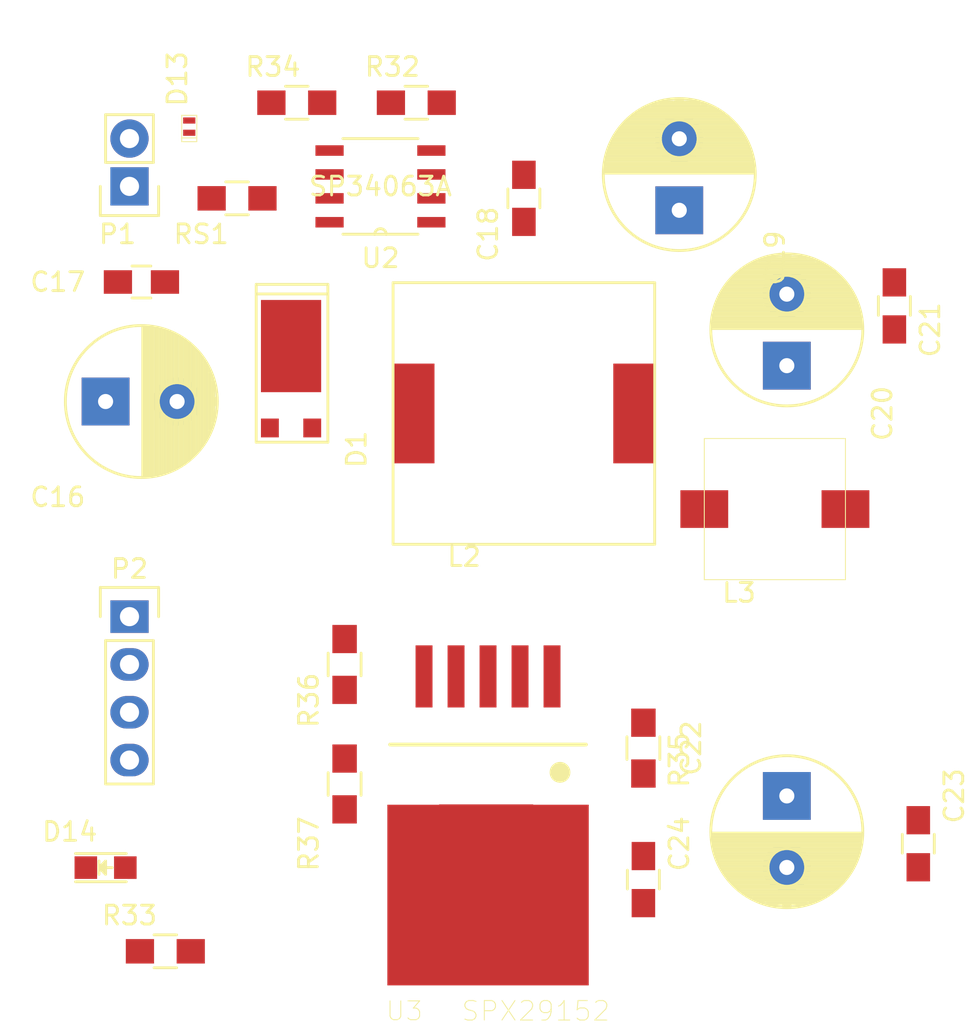
<source format=kicad_pcb>
(kicad_pcb (version 4) (host pcbnew 4.0.5+dfsg1-4~bpo8+1)

  (general
    (links 50)
    (no_connects 50)
    (area 0 0 0 0)
    (thickness 1.6)
    (drawings 0)
    (tracks 0)
    (zones 0)
    (modules 25)
    (nets 13)
  )

  (page A4)
  (layers
    (0 F.Cu signal)
    (31 B.Cu signal)
    (32 B.Adhes user)
    (33 F.Adhes user)
    (34 B.Paste user)
    (35 F.Paste user)
    (36 B.SilkS user)
    (37 F.SilkS user)
    (38 B.Mask user)
    (39 F.Mask user)
    (40 Dwgs.User user)
    (41 Cmts.User user)
    (42 Eco1.User user)
    (43 Eco2.User user)
    (44 Edge.Cuts user)
    (45 Margin user)
    (46 B.CrtYd user)
    (47 F.CrtYd user)
    (48 B.Fab user)
    (49 F.Fab user)
  )

  (setup
    (last_trace_width 0.25)
    (trace_clearance 0.2)
    (zone_clearance 0.508)
    (zone_45_only no)
    (trace_min 0.2)
    (segment_width 0.2)
    (edge_width 0.1)
    (via_size 0.6)
    (via_drill 0.4)
    (via_min_size 0.4)
    (via_min_drill 0.3)
    (uvia_size 0.3)
    (uvia_drill 0.1)
    (uvias_allowed no)
    (uvia_min_size 0.2)
    (uvia_min_drill 0.1)
    (pcb_text_width 0.3)
    (pcb_text_size 1.5 1.5)
    (mod_edge_width 0.15)
    (mod_text_size 1 1)
    (mod_text_width 0.15)
    (pad_size 1.5 1.5)
    (pad_drill 0.6)
    (pad_to_mask_clearance 0)
    (aux_axis_origin 0 0)
    (visible_elements FFFFFF7F)
    (pcbplotparams
      (layerselection 0x00030_80000001)
      (usegerberextensions false)
      (excludeedgelayer true)
      (linewidth 0.100000)
      (plotframeref false)
      (viasonmask false)
      (mode 1)
      (useauxorigin false)
      (hpglpennumber 1)
      (hpglpenspeed 20)
      (hpglpendiameter 15)
      (hpglpenoverlay 2)
      (psnegative false)
      (psa4output false)
      (plotreference true)
      (plotvalue true)
      (plotinvisibletext false)
      (padsonsilk false)
      (subtractmaskfromsilk false)
      (outputformat 1)
      (mirror false)
      (drillshape 1)
      (scaleselection 1)
      (outputdirectory ""))
  )

  (net 0 "")
  (net 1 /VDC_24V)
  (net 2 GNDPWR)
  (net 3 "Net-(C18-Pad1)")
  (net 4 "Net-(C19-Pad1)")
  (net 5 /VREG)
  (net 6 /VDC_5.0V)
  (net 7 /ENABLE)
  (net 8 "Net-(D14-Pad2)")
  (net 9 "Net-(R32-Pad2)")
  (net 10 "Net-(R36-Pad1)")
  (net 11 "Net-(RS1-Pad1)")
  (net 12 "Net-(D1-Pad1)")

  (net_class Default "Esta es la clase de red por defecto."
    (clearance 0.2)
    (trace_width 0.25)
    (via_dia 0.6)
    (via_drill 0.4)
    (uvia_dia 0.3)
    (uvia_drill 0.1)
    (add_net /ENABLE)
    (add_net /VDC_24V)
    (add_net /VDC_5.0V)
    (add_net /VREG)
    (add_net GNDPWR)
    (add_net "Net-(C18-Pad1)")
    (add_net "Net-(C19-Pad1)")
    (add_net "Net-(D1-Pad1)")
    (add_net "Net-(D14-Pad2)")
    (add_net "Net-(R32-Pad2)")
    (add_net "Net-(R36-Pad1)")
    (add_net "Net-(RS1-Pad1)")
  )

  (module Capacitors_SMD:C_0805_HandSoldering (layer F.Cu) (tedit 5A270F16) (tstamp 5A2707E7)
    (at 28.575 61.595)
    (descr "Capacitor SMD 0805, hand soldering")
    (tags "capacitor 0805")
    (path /5A2880A1)
    (attr smd)
    (fp_text reference C17 (at -4.445 0) (layer F.SilkS)
      (effects (font (size 1 1) (thickness 0.15)))
    )
    (fp_text value 100nF (at -5.08 1.27) (layer F.Fab)
      (effects (font (size 1 1) (thickness 0.15)))
    )
    (fp_line (start -1 0.625) (end -1 -0.625) (layer F.Fab) (width 0.15))
    (fp_line (start 1 0.625) (end -1 0.625) (layer F.Fab) (width 0.15))
    (fp_line (start 1 -0.625) (end 1 0.625) (layer F.Fab) (width 0.15))
    (fp_line (start -1 -0.625) (end 1 -0.625) (layer F.Fab) (width 0.15))
    (fp_line (start -2.3 -1) (end 2.3 -1) (layer F.CrtYd) (width 0.05))
    (fp_line (start -2.3 1) (end 2.3 1) (layer F.CrtYd) (width 0.05))
    (fp_line (start -2.3 -1) (end -2.3 1) (layer F.CrtYd) (width 0.05))
    (fp_line (start 2.3 -1) (end 2.3 1) (layer F.CrtYd) (width 0.05))
    (fp_line (start 0.5 -0.85) (end -0.5 -0.85) (layer F.SilkS) (width 0.15))
    (fp_line (start -0.5 0.85) (end 0.5 0.85) (layer F.SilkS) (width 0.15))
    (pad 1 smd rect (at -1.25 0) (size 1.5 1.25) (layers F.Cu F.Paste F.Mask)
      (net 1 /VDC_24V))
    (pad 2 smd rect (at 1.25 0) (size 1.5 1.25) (layers F.Cu F.Paste F.Mask)
      (net 2 GNDPWR))
    (model Capacitors_SMD.3dshapes/C_0805_HandSoldering.wrl
      (at (xyz 0 0 0))
      (scale (xyz 1 1 1))
      (rotate (xyz 0 0 0))
    )
  )

  (module Capacitors_SMD:C_0805_HandSoldering (layer F.Cu) (tedit 5A271321) (tstamp 5A2707ED)
    (at 48.895 57.15 270)
    (descr "Capacitor SMD 0805, hand soldering")
    (tags "capacitor 0805")
    (path /5A210559)
    (attr smd)
    (fp_text reference C18 (at 1.905 1.905 270) (layer F.SilkS)
      (effects (font (size 1 1) (thickness 0.15)))
    )
    (fp_text value 0.3nF (at -2.54 1.905 270) (layer F.Fab)
      (effects (font (size 1 1) (thickness 0.15)))
    )
    (fp_line (start -1 0.625) (end -1 -0.625) (layer F.Fab) (width 0.15))
    (fp_line (start 1 0.625) (end -1 0.625) (layer F.Fab) (width 0.15))
    (fp_line (start 1 -0.625) (end 1 0.625) (layer F.Fab) (width 0.15))
    (fp_line (start -1 -0.625) (end 1 -0.625) (layer F.Fab) (width 0.15))
    (fp_line (start -2.3 -1) (end 2.3 -1) (layer F.CrtYd) (width 0.05))
    (fp_line (start -2.3 1) (end 2.3 1) (layer F.CrtYd) (width 0.05))
    (fp_line (start -2.3 -1) (end -2.3 1) (layer F.CrtYd) (width 0.05))
    (fp_line (start 2.3 -1) (end 2.3 1) (layer F.CrtYd) (width 0.05))
    (fp_line (start 0.5 -0.85) (end -0.5 -0.85) (layer F.SilkS) (width 0.15))
    (fp_line (start -0.5 0.85) (end 0.5 0.85) (layer F.SilkS) (width 0.15))
    (pad 1 smd rect (at -1.25 0 270) (size 1.5 1.25) (layers F.Cu F.Paste F.Mask)
      (net 3 "Net-(C18-Pad1)"))
    (pad 2 smd rect (at 1.25 0 270) (size 1.5 1.25) (layers F.Cu F.Paste F.Mask)
      (net 2 GNDPWR))
    (model Capacitors_SMD.3dshapes/C_0805_HandSoldering.wrl
      (at (xyz 0 0 0))
      (scale (xyz 1 1 1))
      (rotate (xyz 0 0 0))
    )
  )

  (module Capacitors_SMD:C_0805_HandSoldering (layer F.Cu) (tedit 5A270C9C) (tstamp 5A2707FF)
    (at 68.58 62.865 90)
    (descr "Capacitor SMD 0805, hand soldering")
    (tags "capacitor 0805")
    (path /5A2895D0)
    (attr smd)
    (fp_text reference C21 (at -1.27 1.905 90) (layer F.SilkS)
      (effects (font (size 1 1) (thickness 0.15)))
    )
    (fp_text value 100nF (at 2.54 1.905 90) (layer F.Fab)
      (effects (font (size 1 1) (thickness 0.15)))
    )
    (fp_line (start -1 0.625) (end -1 -0.625) (layer F.Fab) (width 0.15))
    (fp_line (start 1 0.625) (end -1 0.625) (layer F.Fab) (width 0.15))
    (fp_line (start 1 -0.625) (end 1 0.625) (layer F.Fab) (width 0.15))
    (fp_line (start -1 -0.625) (end 1 -0.625) (layer F.Fab) (width 0.15))
    (fp_line (start -2.3 -1) (end 2.3 -1) (layer F.CrtYd) (width 0.05))
    (fp_line (start -2.3 1) (end 2.3 1) (layer F.CrtYd) (width 0.05))
    (fp_line (start -2.3 -1) (end -2.3 1) (layer F.CrtYd) (width 0.05))
    (fp_line (start 2.3 -1) (end 2.3 1) (layer F.CrtYd) (width 0.05))
    (fp_line (start 0.5 -0.85) (end -0.5 -0.85) (layer F.SilkS) (width 0.15))
    (fp_line (start -0.5 0.85) (end 0.5 0.85) (layer F.SilkS) (width 0.15))
    (pad 1 smd rect (at -1.25 0 90) (size 1.5 1.25) (layers F.Cu F.Paste F.Mask)
      (net 5 /VREG))
    (pad 2 smd rect (at 1.25 0 90) (size 1.5 1.25) (layers F.Cu F.Paste F.Mask)
      (net 2 GNDPWR))
    (model Capacitors_SMD.3dshapes/C_0805_HandSoldering.wrl
      (at (xyz 0 0 0))
      (scale (xyz 1 1 1))
      (rotate (xyz 0 0 0))
    )
  )

  (module Capacitors_SMD:C_0805_HandSoldering (layer F.Cu) (tedit 5A270B46) (tstamp 5A27080B)
    (at 69.85 91.44 270)
    (descr "Capacitor SMD 0805, hand soldering")
    (tags "capacitor 0805")
    (path /5A288ECE)
    (attr smd)
    (fp_text reference C23 (at -2.54 -1.905 270) (layer F.SilkS)
      (effects (font (size 1 1) (thickness 0.15)))
    )
    (fp_text value 100nF (at 1.905 -1.905 270) (layer F.Fab)
      (effects (font (size 1 1) (thickness 0.15)))
    )
    (fp_line (start -1 0.625) (end -1 -0.625) (layer F.Fab) (width 0.15))
    (fp_line (start 1 0.625) (end -1 0.625) (layer F.Fab) (width 0.15))
    (fp_line (start 1 -0.625) (end 1 0.625) (layer F.Fab) (width 0.15))
    (fp_line (start -1 -0.625) (end 1 -0.625) (layer F.Fab) (width 0.15))
    (fp_line (start -2.3 -1) (end 2.3 -1) (layer F.CrtYd) (width 0.05))
    (fp_line (start -2.3 1) (end 2.3 1) (layer F.CrtYd) (width 0.05))
    (fp_line (start -2.3 -1) (end -2.3 1) (layer F.CrtYd) (width 0.05))
    (fp_line (start 2.3 -1) (end 2.3 1) (layer F.CrtYd) (width 0.05))
    (fp_line (start 0.5 -0.85) (end -0.5 -0.85) (layer F.SilkS) (width 0.15))
    (fp_line (start -0.5 0.85) (end 0.5 0.85) (layer F.SilkS) (width 0.15))
    (pad 1 smd rect (at -1.25 0 270) (size 1.5 1.25) (layers F.Cu F.Paste F.Mask)
      (net 6 /VDC_5.0V))
    (pad 2 smd rect (at 1.25 0 270) (size 1.5 1.25) (layers F.Cu F.Paste F.Mask)
      (net 2 GNDPWR))
    (model Capacitors_SMD.3dshapes/C_0805_HandSoldering.wrl
      (at (xyz 0 0 0))
      (scale (xyz 1 1 1))
      (rotate (xyz 0 0 0))
    )
  )

  (module Capacitors_SMD:C_0805_HandSoldering (layer F.Cu) (tedit 5A270B44) (tstamp 5A270811)
    (at 55.245 93.345 270)
    (descr "Capacitor SMD 0805, hand soldering")
    (tags "capacitor 0805")
    (path /5A27F0E4)
    (attr smd)
    (fp_text reference C24 (at -1.905 -1.905 270) (layer F.SilkS)
      (effects (font (size 1 1) (thickness 0.15)))
    )
    (fp_text value 1uF (at 1.27 -1.905 270) (layer F.Fab)
      (effects (font (size 1 1) (thickness 0.15)))
    )
    (fp_line (start -1 0.625) (end -1 -0.625) (layer F.Fab) (width 0.15))
    (fp_line (start 1 0.625) (end -1 0.625) (layer F.Fab) (width 0.15))
    (fp_line (start 1 -0.625) (end 1 0.625) (layer F.Fab) (width 0.15))
    (fp_line (start -1 -0.625) (end 1 -0.625) (layer F.Fab) (width 0.15))
    (fp_line (start -2.3 -1) (end 2.3 -1) (layer F.CrtYd) (width 0.05))
    (fp_line (start -2.3 1) (end 2.3 1) (layer F.CrtYd) (width 0.05))
    (fp_line (start -2.3 -1) (end -2.3 1) (layer F.CrtYd) (width 0.05))
    (fp_line (start 2.3 -1) (end 2.3 1) (layer F.CrtYd) (width 0.05))
    (fp_line (start 0.5 -0.85) (end -0.5 -0.85) (layer F.SilkS) (width 0.15))
    (fp_line (start -0.5 0.85) (end 0.5 0.85) (layer F.SilkS) (width 0.15))
    (pad 1 smd rect (at -1.25 0 270) (size 1.5 1.25) (layers F.Cu F.Paste F.Mask)
      (net 7 /ENABLE))
    (pad 2 smd rect (at 1.25 0 270) (size 1.5 1.25) (layers F.Cu F.Paste F.Mask)
      (net 2 GNDPWR))
    (model Capacitors_SMD.3dshapes/C_0805_HandSoldering.wrl
      (at (xyz 0 0 0))
      (scale (xyz 1 1 1))
      (rotate (xyz 0 0 0))
    )
  )

  (module CenditFootprints2:SPHV24-SOD882 (layer F.Cu) (tedit 5A270EFE) (tstamp 5A270823)
    (at 31.115 53.34 270)
    (path /5A26E690)
    (fp_text reference D13 (at -2.54 0.635 270) (layer F.SilkS)
      (effects (font (size 1 1) (thickness 0.15)))
    )
    (fp_text value SPHV24-01ETG (at -3.81 -0.635 270) (layer F.Fab)
      (effects (font (size 0.5 0.5) (thickness 0.05)))
    )
    (fp_line (start 0.6 -0.4) (end 0.6 0.4) (layer F.SilkS) (width 0.05))
    (fp_line (start 0.6 0.4) (end 0.8 0.4) (layer F.SilkS) (width 0.05))
    (fp_line (start 0.8 0.4) (end 0.8 -0.4) (layer F.SilkS) (width 0.05))
    (fp_line (start 0.8 -0.4) (end -0.6 -0.4) (layer F.SilkS) (width 0.05))
    (fp_line (start -0.6 -0.4) (end -0.6 0.4) (layer F.SilkS) (width 0.05))
    (fp_line (start -0.6 0.4) (end 0.6 0.4) (layer F.SilkS) (width 0.05))
    (pad 1 smd rect (at 0.325 0 270) (size 0.325 0.65) (layers F.Cu F.Paste F.Mask)
      (net 1 /VDC_24V))
    (pad 2 smd rect (at -0.325 0 270) (size 0.325 0.65) (layers F.Cu F.Paste F.Mask)
      (net 2 GNDPWR))
  )

  (module LEDs:LED_0805 (layer F.Cu) (tedit 5A270E88) (tstamp 5A270829)
    (at 26.67 92.71)
    (descr "LED 0805 smd package")
    (tags "LED 0805 SMD")
    (path /5A278086)
    (attr smd)
    (fp_text reference D14 (at -1.905 -1.905) (layer F.SilkS)
      (effects (font (size 1 1) (thickness 0.15)))
    )
    (fp_text value LED (at 1.27 -1.905) (layer F.Fab)
      (effects (font (size 1 1) (thickness 0.15)))
    )
    (fp_line (start -0.4 -0.3) (end -0.4 0.3) (layer F.Fab) (width 0.15))
    (fp_line (start -0.3 0) (end 0 -0.3) (layer F.Fab) (width 0.15))
    (fp_line (start 0 0.3) (end -0.3 0) (layer F.Fab) (width 0.15))
    (fp_line (start 0 -0.3) (end 0 0.3) (layer F.Fab) (width 0.15))
    (fp_line (start 1 -0.6) (end -1 -0.6) (layer F.Fab) (width 0.15))
    (fp_line (start 1 0.6) (end 1 -0.6) (layer F.Fab) (width 0.15))
    (fp_line (start -1 0.6) (end 1 0.6) (layer F.Fab) (width 0.15))
    (fp_line (start -1 -0.6) (end -1 0.6) (layer F.Fab) (width 0.15))
    (fp_line (start -1.6 0.75) (end 1.1 0.75) (layer F.SilkS) (width 0.15))
    (fp_line (start -1.6 -0.75) (end 1.1 -0.75) (layer F.SilkS) (width 0.15))
    (fp_line (start -0.1 0.15) (end -0.1 -0.1) (layer F.SilkS) (width 0.15))
    (fp_line (start -0.1 -0.1) (end -0.25 0.05) (layer F.SilkS) (width 0.15))
    (fp_line (start -0.35 -0.35) (end -0.35 0.35) (layer F.SilkS) (width 0.15))
    (fp_line (start 0 0) (end 0.35 0) (layer F.SilkS) (width 0.15))
    (fp_line (start -0.35 0) (end 0 -0.35) (layer F.SilkS) (width 0.15))
    (fp_line (start 0 -0.35) (end 0 0.35) (layer F.SilkS) (width 0.15))
    (fp_line (start 0 0.35) (end -0.35 0) (layer F.SilkS) (width 0.15))
    (fp_line (start 1.9 -0.95) (end 1.9 0.95) (layer F.CrtYd) (width 0.05))
    (fp_line (start 1.9 0.95) (end -1.9 0.95) (layer F.CrtYd) (width 0.05))
    (fp_line (start -1.9 0.95) (end -1.9 -0.95) (layer F.CrtYd) (width 0.05))
    (fp_line (start -1.9 -0.95) (end 1.9 -0.95) (layer F.CrtYd) (width 0.05))
    (pad 2 smd rect (at 1.04902 0 180) (size 1.19888 1.19888) (layers F.Cu F.Paste F.Mask)
      (net 8 "Net-(D14-Pad2)"))
    (pad 1 smd rect (at -1.04902 0 180) (size 1.19888 1.19888) (layers F.Cu F.Paste F.Mask)
      (net 2 GNDPWR))
    (model LEDs.3dshapes/LED_0805.wrl
      (at (xyz 0 0 0))
      (scale (xyz 1 1 1))
      (rotate (xyz 0 0 0))
    )
  )

  (module Pin_Headers:Pin_Header_Straight_1x02 (layer F.Cu) (tedit 5A270ECE) (tstamp 5A270843)
    (at 27.94 56.515 180)
    (descr "Through hole pin header")
    (tags "pin header")
    (path /5A2744B5)
    (fp_text reference P1 (at 0.635 -2.54 180) (layer F.SilkS)
      (effects (font (size 1 1) (thickness 0.15)))
    )
    (fp_text value PWR_IN_2P (at 2.54 0.635 270) (layer F.Fab)
      (effects (font (size 1 1) (thickness 0.15)))
    )
    (fp_line (start 1.27 1.27) (end 1.27 3.81) (layer F.SilkS) (width 0.15))
    (fp_line (start 1.55 -1.55) (end 1.55 0) (layer F.SilkS) (width 0.15))
    (fp_line (start -1.75 -1.75) (end -1.75 4.3) (layer F.CrtYd) (width 0.05))
    (fp_line (start 1.75 -1.75) (end 1.75 4.3) (layer F.CrtYd) (width 0.05))
    (fp_line (start -1.75 -1.75) (end 1.75 -1.75) (layer F.CrtYd) (width 0.05))
    (fp_line (start -1.75 4.3) (end 1.75 4.3) (layer F.CrtYd) (width 0.05))
    (fp_line (start 1.27 1.27) (end -1.27 1.27) (layer F.SilkS) (width 0.15))
    (fp_line (start -1.55 0) (end -1.55 -1.55) (layer F.SilkS) (width 0.15))
    (fp_line (start -1.55 -1.55) (end 1.55 -1.55) (layer F.SilkS) (width 0.15))
    (fp_line (start -1.27 1.27) (end -1.27 3.81) (layer F.SilkS) (width 0.15))
    (fp_line (start -1.27 3.81) (end 1.27 3.81) (layer F.SilkS) (width 0.15))
    (pad 1 thru_hole rect (at 0 0 180) (size 2.032 2.032) (drill 1.016) (layers *.Cu *.Mask)
      (net 1 /VDC_24V))
    (pad 2 thru_hole oval (at 0 2.54 180) (size 2.032 2.032) (drill 1.016) (layers *.Cu *.Mask)
      (net 2 GNDPWR))
    (model Pin_Headers.3dshapes/Pin_Header_Straight_1x02.wrl
      (at (xyz 0 -0.05 0))
      (scale (xyz 1 1 1))
      (rotate (xyz 0 0 90))
    )
  )

  (module Pin_Headers:Pin_Header_Straight_1x04 (layer F.Cu) (tedit 5A270EAD) (tstamp 5A27084B)
    (at 27.94 79.375)
    (descr "Through hole pin header")
    (tags "pin header")
    (path /5A27BEFE)
    (fp_text reference P2 (at 0 -2.54) (layer F.SilkS)
      (effects (font (size 1 1) (thickness 0.15)))
    )
    (fp_text value PWR_OUT_4P (at -2.54 3.81 90) (layer F.Fab)
      (effects (font (size 1 1) (thickness 0.15)))
    )
    (fp_line (start -1.75 -1.75) (end -1.75 9.4) (layer F.CrtYd) (width 0.05))
    (fp_line (start 1.75 -1.75) (end 1.75 9.4) (layer F.CrtYd) (width 0.05))
    (fp_line (start -1.75 -1.75) (end 1.75 -1.75) (layer F.CrtYd) (width 0.05))
    (fp_line (start -1.75 9.4) (end 1.75 9.4) (layer F.CrtYd) (width 0.05))
    (fp_line (start -1.27 1.27) (end -1.27 8.89) (layer F.SilkS) (width 0.15))
    (fp_line (start 1.27 1.27) (end 1.27 8.89) (layer F.SilkS) (width 0.15))
    (fp_line (start 1.55 -1.55) (end 1.55 0) (layer F.SilkS) (width 0.15))
    (fp_line (start -1.27 8.89) (end 1.27 8.89) (layer F.SilkS) (width 0.15))
    (fp_line (start 1.27 1.27) (end -1.27 1.27) (layer F.SilkS) (width 0.15))
    (fp_line (start -1.55 0) (end -1.55 -1.55) (layer F.SilkS) (width 0.15))
    (fp_line (start -1.55 -1.55) (end 1.55 -1.55) (layer F.SilkS) (width 0.15))
    (pad 1 thru_hole rect (at 0 0) (size 2.032 1.7272) (drill 1.016) (layers *.Cu *.Mask)
      (net 6 /VDC_5.0V))
    (pad 2 thru_hole oval (at 0 2.54) (size 2.032 1.7272) (drill 1.016) (layers *.Cu *.Mask)
      (net 2 GNDPWR))
    (pad 3 thru_hole oval (at 0 5.08) (size 2.032 1.7272) (drill 1.016) (layers *.Cu *.Mask)
      (net 5 /VREG))
    (pad 4 thru_hole oval (at 0 7.62) (size 2.032 1.7272) (drill 1.016) (layers *.Cu *.Mask)
      (net 7 /ENABLE))
    (model Pin_Headers.3dshapes/Pin_Header_Straight_1x04.wrl
      (at (xyz 0 -0.15 0))
      (scale (xyz 1 1 1))
      (rotate (xyz 0 0 90))
    )
  )

  (module Resistors_SMD:R_0805_HandSoldering (layer F.Cu) (tedit 5A270C56) (tstamp 5A270851)
    (at 43.18 52.07 180)
    (descr "Resistor SMD 0805, hand soldering")
    (tags "resistor 0805")
    (path /5A20D9D6)
    (attr smd)
    (fp_text reference R32 (at 1.27 1.905 180) (layer F.SilkS)
      (effects (font (size 1 1) (thickness 0.15)))
    )
    (fp_text value 2.0k (at -1.905 1.905 180) (layer F.Fab)
      (effects (font (size 1 1) (thickness 0.15)))
    )
    (fp_line (start -1 0.625) (end -1 -0.625) (layer F.Fab) (width 0.1))
    (fp_line (start 1 0.625) (end -1 0.625) (layer F.Fab) (width 0.1))
    (fp_line (start 1 -0.625) (end 1 0.625) (layer F.Fab) (width 0.1))
    (fp_line (start -1 -0.625) (end 1 -0.625) (layer F.Fab) (width 0.1))
    (fp_line (start -2.4 -1) (end 2.4 -1) (layer F.CrtYd) (width 0.05))
    (fp_line (start -2.4 1) (end 2.4 1) (layer F.CrtYd) (width 0.05))
    (fp_line (start -2.4 -1) (end -2.4 1) (layer F.CrtYd) (width 0.05))
    (fp_line (start 2.4 -1) (end 2.4 1) (layer F.CrtYd) (width 0.05))
    (fp_line (start 0.6 0.875) (end -0.6 0.875) (layer F.SilkS) (width 0.15))
    (fp_line (start -0.6 -0.875) (end 0.6 -0.875) (layer F.SilkS) (width 0.15))
    (pad 1 smd rect (at -1.35 0 180) (size 1.5 1.3) (layers F.Cu F.Paste F.Mask)
      (net 4 "Net-(C19-Pad1)"))
    (pad 2 smd rect (at 1.35 0 180) (size 1.5 1.3) (layers F.Cu F.Paste F.Mask)
      (net 9 "Net-(R32-Pad2)"))
    (model Resistors_SMD.3dshapes/R_0805_HandSoldering.wrl
      (at (xyz 0 0 0))
      (scale (xyz 1 1 1))
      (rotate (xyz 0 0 0))
    )
  )

  (module Resistors_SMD:R_0805_HandSoldering (layer F.Cu) (tedit 5A270E8B) (tstamp 5A270857)
    (at 29.845 97.155)
    (descr "Resistor SMD 0805, hand soldering")
    (tags "resistor 0805")
    (path /5A2781FE)
    (attr smd)
    (fp_text reference R33 (at -1.905 -1.905) (layer F.SilkS)
      (effects (font (size 1 1) (thickness 0.15)))
    )
    (fp_text value 330 (at 1.905 -1.905) (layer F.Fab)
      (effects (font (size 1 1) (thickness 0.15)))
    )
    (fp_line (start -1 0.625) (end -1 -0.625) (layer F.Fab) (width 0.1))
    (fp_line (start 1 0.625) (end -1 0.625) (layer F.Fab) (width 0.1))
    (fp_line (start 1 -0.625) (end 1 0.625) (layer F.Fab) (width 0.1))
    (fp_line (start -1 -0.625) (end 1 -0.625) (layer F.Fab) (width 0.1))
    (fp_line (start -2.4 -1) (end 2.4 -1) (layer F.CrtYd) (width 0.05))
    (fp_line (start -2.4 1) (end 2.4 1) (layer F.CrtYd) (width 0.05))
    (fp_line (start -2.4 -1) (end -2.4 1) (layer F.CrtYd) (width 0.05))
    (fp_line (start 2.4 -1) (end 2.4 1) (layer F.CrtYd) (width 0.05))
    (fp_line (start 0.6 0.875) (end -0.6 0.875) (layer F.SilkS) (width 0.15))
    (fp_line (start -0.6 -0.875) (end 0.6 -0.875) (layer F.SilkS) (width 0.15))
    (pad 1 smd rect (at -1.35 0) (size 1.5 1.3) (layers F.Cu F.Paste F.Mask)
      (net 5 /VREG))
    (pad 2 smd rect (at 1.35 0) (size 1.5 1.3) (layers F.Cu F.Paste F.Mask)
      (net 8 "Net-(D14-Pad2)"))
    (model Resistors_SMD.3dshapes/R_0805_HandSoldering.wrl
      (at (xyz 0 0 0))
      (scale (xyz 1 1 1))
      (rotate (xyz 0 0 0))
    )
  )

  (module Resistors_SMD:R_0805_HandSoldering (layer F.Cu) (tedit 5A2707C9) (tstamp 5A27085D)
    (at 36.83 52.07 180)
    (descr "Resistor SMD 0805, hand soldering")
    (tags "resistor 0805")
    (path /5A20D51A)
    (attr smd)
    (fp_text reference R34 (at 1.27 1.905 180) (layer F.SilkS)
      (effects (font (size 1 1) (thickness 0.15)))
    )
    (fp_text value 1.0k (at -1.905 1.905 180) (layer F.Fab)
      (effects (font (size 1 1) (thickness 0.15)))
    )
    (fp_line (start -1 0.625) (end -1 -0.625) (layer F.Fab) (width 0.1))
    (fp_line (start 1 0.625) (end -1 0.625) (layer F.Fab) (width 0.1))
    (fp_line (start 1 -0.625) (end 1 0.625) (layer F.Fab) (width 0.1))
    (fp_line (start -1 -0.625) (end 1 -0.625) (layer F.Fab) (width 0.1))
    (fp_line (start -2.4 -1) (end 2.4 -1) (layer F.CrtYd) (width 0.05))
    (fp_line (start -2.4 1) (end 2.4 1) (layer F.CrtYd) (width 0.05))
    (fp_line (start -2.4 -1) (end -2.4 1) (layer F.CrtYd) (width 0.05))
    (fp_line (start 2.4 -1) (end 2.4 1) (layer F.CrtYd) (width 0.05))
    (fp_line (start 0.6 0.875) (end -0.6 0.875) (layer F.SilkS) (width 0.15))
    (fp_line (start -0.6 -0.875) (end 0.6 -0.875) (layer F.SilkS) (width 0.15))
    (pad 1 smd rect (at -1.35 0 180) (size 1.5 1.3) (layers F.Cu F.Paste F.Mask)
      (net 2 GNDPWR))
    (pad 2 smd rect (at 1.35 0 180) (size 1.5 1.3) (layers F.Cu F.Paste F.Mask)
      (net 9 "Net-(R32-Pad2)"))
    (model Resistors_SMD.3dshapes/R_0805_HandSoldering.wrl
      (at (xyz 0 0 0))
      (scale (xyz 1 1 1))
      (rotate (xyz 0 0 0))
    )
  )

  (module Resistors_SMD:R_0805_HandSoldering (layer F.Cu) (tedit 5A2710C9) (tstamp 5A270863)
    (at 55.245 86.36 90)
    (descr "Resistor SMD 0805, hand soldering")
    (tags "resistor 0805")
    (path /5A27DDAF)
    (attr smd)
    (fp_text reference R35 (at -0.635 1.905 90) (layer F.SilkS)
      (effects (font (size 1 1) (thickness 0.15)))
    )
    (fp_text value 10k (at 2.54 1.905 90) (layer F.Fab)
      (effects (font (size 1 1) (thickness 0.15)))
    )
    (fp_line (start -1 0.625) (end -1 -0.625) (layer F.Fab) (width 0.1))
    (fp_line (start 1 0.625) (end -1 0.625) (layer F.Fab) (width 0.1))
    (fp_line (start 1 -0.625) (end 1 0.625) (layer F.Fab) (width 0.1))
    (fp_line (start -1 -0.625) (end 1 -0.625) (layer F.Fab) (width 0.1))
    (fp_line (start -2.4 -1) (end 2.4 -1) (layer F.CrtYd) (width 0.05))
    (fp_line (start -2.4 1) (end 2.4 1) (layer F.CrtYd) (width 0.05))
    (fp_line (start -2.4 -1) (end -2.4 1) (layer F.CrtYd) (width 0.05))
    (fp_line (start 2.4 -1) (end 2.4 1) (layer F.CrtYd) (width 0.05))
    (fp_line (start 0.6 0.875) (end -0.6 0.875) (layer F.SilkS) (width 0.15))
    (fp_line (start -0.6 -0.875) (end 0.6 -0.875) (layer F.SilkS) (width 0.15))
    (pad 1 smd rect (at -1.35 0 90) (size 1.5 1.3) (layers F.Cu F.Paste F.Mask)
      (net 7 /ENABLE))
    (pad 2 smd rect (at 1.35 0 90) (size 1.5 1.3) (layers F.Cu F.Paste F.Mask)
      (net 5 /VREG))
    (model Resistors_SMD.3dshapes/R_0805_HandSoldering.wrl
      (at (xyz 0 0 0))
      (scale (xyz 1 1 1))
      (rotate (xyz 0 0 0))
    )
  )

  (module Resistors_SMD:R_0805_HandSoldering (layer F.Cu) (tedit 5A270DBC) (tstamp 5A270869)
    (at 39.37 81.915 90)
    (descr "Resistor SMD 0805, hand soldering")
    (tags "resistor 0805")
    (path /5A211471)
    (attr smd)
    (fp_text reference R36 (at -1.905 -1.905 90) (layer F.SilkS)
      (effects (font (size 1 1) (thickness 0.15)))
    )
    (fp_text value 4.3k (at 1.905 -1.905 90) (layer F.Fab)
      (effects (font (size 1 1) (thickness 0.15)))
    )
    (fp_line (start -1 0.625) (end -1 -0.625) (layer F.Fab) (width 0.1))
    (fp_line (start 1 0.625) (end -1 0.625) (layer F.Fab) (width 0.1))
    (fp_line (start 1 -0.625) (end 1 0.625) (layer F.Fab) (width 0.1))
    (fp_line (start -1 -0.625) (end 1 -0.625) (layer F.Fab) (width 0.1))
    (fp_line (start -2.4 -1) (end 2.4 -1) (layer F.CrtYd) (width 0.05))
    (fp_line (start -2.4 1) (end 2.4 1) (layer F.CrtYd) (width 0.05))
    (fp_line (start -2.4 -1) (end -2.4 1) (layer F.CrtYd) (width 0.05))
    (fp_line (start 2.4 -1) (end 2.4 1) (layer F.CrtYd) (width 0.05))
    (fp_line (start 0.6 0.875) (end -0.6 0.875) (layer F.SilkS) (width 0.15))
    (fp_line (start -0.6 -0.875) (end 0.6 -0.875) (layer F.SilkS) (width 0.15))
    (pad 1 smd rect (at -1.35 0 90) (size 1.5 1.3) (layers F.Cu F.Paste F.Mask)
      (net 10 "Net-(R36-Pad1)"))
    (pad 2 smd rect (at 1.35 0 90) (size 1.5 1.3) (layers F.Cu F.Paste F.Mask)
      (net 6 /VDC_5.0V))
    (model Resistors_SMD.3dshapes/R_0805_HandSoldering.wrl
      (at (xyz 0 0 0))
      (scale (xyz 1 1 1))
      (rotate (xyz 0 0 0))
    )
  )

  (module Resistors_SMD:R_0805_HandSoldering (layer F.Cu) (tedit 5A2710F9) (tstamp 5A27086F)
    (at 39.37 88.265 90)
    (descr "Resistor SMD 0805, hand soldering")
    (tags "resistor 0805")
    (path /5A2114C5)
    (attr smd)
    (fp_text reference R37 (at -3.175 -1.905 90) (layer F.SilkS)
      (effects (font (size 1 1) (thickness 0.15)))
    )
    (fp_text value 3.0k (at 0 -1.905 90) (layer F.Fab)
      (effects (font (size 1 1) (thickness 0.15)))
    )
    (fp_line (start -1 0.625) (end -1 -0.625) (layer F.Fab) (width 0.1))
    (fp_line (start 1 0.625) (end -1 0.625) (layer F.Fab) (width 0.1))
    (fp_line (start 1 -0.625) (end 1 0.625) (layer F.Fab) (width 0.1))
    (fp_line (start -1 -0.625) (end 1 -0.625) (layer F.Fab) (width 0.1))
    (fp_line (start -2.4 -1) (end 2.4 -1) (layer F.CrtYd) (width 0.05))
    (fp_line (start -2.4 1) (end 2.4 1) (layer F.CrtYd) (width 0.05))
    (fp_line (start -2.4 -1) (end -2.4 1) (layer F.CrtYd) (width 0.05))
    (fp_line (start 2.4 -1) (end 2.4 1) (layer F.CrtYd) (width 0.05))
    (fp_line (start 0.6 0.875) (end -0.6 0.875) (layer F.SilkS) (width 0.15))
    (fp_line (start -0.6 -0.875) (end 0.6 -0.875) (layer F.SilkS) (width 0.15))
    (pad 1 smd rect (at -1.35 0 90) (size 1.5 1.3) (layers F.Cu F.Paste F.Mask)
      (net 2 GNDPWR))
    (pad 2 smd rect (at 1.35 0 90) (size 1.5 1.3) (layers F.Cu F.Paste F.Mask)
      (net 10 "Net-(R36-Pad1)"))
    (model Resistors_SMD.3dshapes/R_0805_HandSoldering.wrl
      (at (xyz 0 0 0))
      (scale (xyz 1 1 1))
      (rotate (xyz 0 0 0))
    )
  )

  (module Resistors_SMD:R_0805_HandSoldering (layer F.Cu) (tedit 5A270F03) (tstamp 5A270875)
    (at 33.655 57.15 180)
    (descr "Resistor SMD 0805, hand soldering")
    (tags "resistor 0805")
    (path /5A20D425)
    (attr smd)
    (fp_text reference RS1 (at 1.905 -1.905 180) (layer F.SilkS)
      (effects (font (size 1 1) (thickness 0.15)))
    )
    (fp_text value 0.20 (at -1.905 -1.905 180) (layer F.Fab)
      (effects (font (size 1 1) (thickness 0.15)))
    )
    (fp_line (start -1 0.625) (end -1 -0.625) (layer F.Fab) (width 0.1))
    (fp_line (start 1 0.625) (end -1 0.625) (layer F.Fab) (width 0.1))
    (fp_line (start 1 -0.625) (end 1 0.625) (layer F.Fab) (width 0.1))
    (fp_line (start -1 -0.625) (end 1 -0.625) (layer F.Fab) (width 0.1))
    (fp_line (start -2.4 -1) (end 2.4 -1) (layer F.CrtYd) (width 0.05))
    (fp_line (start -2.4 1) (end 2.4 1) (layer F.CrtYd) (width 0.05))
    (fp_line (start -2.4 -1) (end -2.4 1) (layer F.CrtYd) (width 0.05))
    (fp_line (start 2.4 -1) (end 2.4 1) (layer F.CrtYd) (width 0.05))
    (fp_line (start 0.6 0.875) (end -0.6 0.875) (layer F.SilkS) (width 0.15))
    (fp_line (start -0.6 -0.875) (end 0.6 -0.875) (layer F.SilkS) (width 0.15))
    (pad 1 smd rect (at -1.35 0 180) (size 1.5 1.3) (layers F.Cu F.Paste F.Mask)
      (net 11 "Net-(RS1-Pad1)"))
    (pad 2 smd rect (at 1.35 0 180) (size 1.5 1.3) (layers F.Cu F.Paste F.Mask)
      (net 1 /VDC_24V))
    (model Resistors_SMD.3dshapes/R_0805_HandSoldering.wrl
      (at (xyz 0 0 0))
      (scale (xyz 1 1 1))
      (rotate (xyz 0 0 0))
    )
  )

  (module CenditFootprints2:SP34063AEN-L&slash_TR (layer F.Cu) (tedit 5A2707B4) (tstamp 5A2708AA)
    (at 41.275 56.515 180)
    (path /5A20AC76)
    (fp_text reference U2 (at 0 -3.81 180) (layer F.SilkS)
      (effects (font (size 1 1) (thickness 0.15)))
    )
    (fp_text value SP34063A (at 0 0 180) (layer F.SilkS)
      (effects (font (size 1 1) (thickness 0.15)))
    )
    (fp_text user "Copyright 2016 Accelerated Designs. All rights reserved." (at -0.635 0 180) (layer Cmts.User)
      (effects (font (size 0.127 0.127) (thickness 0.002)))
    )
    (fp_line (start -1.9939 -1.651) (end -1.9939 -2.159) (layer Dwgs.User) (width 0.1524))
    (fp_line (start -1.9939 -2.159) (end -3.0988 -2.1336) (layer Dwgs.User) (width 0.1524))
    (fp_line (start -3.0988 -2.1336) (end -3.0988 -1.6256) (layer Dwgs.User) (width 0.1524))
    (fp_line (start -3.0988 -1.6256) (end -1.9939 -1.651) (layer Dwgs.User) (width 0.1524))
    (fp_line (start -1.9939 -0.381) (end -1.9939 -0.889) (layer Dwgs.User) (width 0.1524))
    (fp_line (start -1.9939 -0.889) (end -3.0988 -0.8636) (layer Dwgs.User) (width 0.1524))
    (fp_line (start -3.0988 -0.8636) (end -3.0988 -0.3556) (layer Dwgs.User) (width 0.1524))
    (fp_line (start -3.0988 -0.3556) (end -1.9939 -0.381) (layer Dwgs.User) (width 0.1524))
    (fp_line (start -1.9939 0.889) (end -1.9939 0.381) (layer Dwgs.User) (width 0.1524))
    (fp_line (start -1.9939 0.381) (end -3.0988 0.381) (layer Dwgs.User) (width 0.1524))
    (fp_line (start -3.0988 0.381) (end -3.0988 0.889) (layer Dwgs.User) (width 0.1524))
    (fp_line (start -3.0988 0.889) (end -1.9939 0.889) (layer Dwgs.User) (width 0.1524))
    (fp_line (start -1.9939 2.159) (end -1.9939 1.651) (layer Dwgs.User) (width 0.1524))
    (fp_line (start -1.9939 1.651) (end -3.0988 1.651) (layer Dwgs.User) (width 0.1524))
    (fp_line (start -3.0988 1.651) (end -3.0988 2.159) (layer Dwgs.User) (width 0.1524))
    (fp_line (start -3.0988 2.159) (end -1.9939 2.159) (layer Dwgs.User) (width 0.1524))
    (fp_line (start 1.9939 1.651) (end 1.9939 2.159) (layer Dwgs.User) (width 0.1524))
    (fp_line (start 1.9939 2.159) (end 3.0988 2.1336) (layer Dwgs.User) (width 0.1524))
    (fp_line (start 3.0988 2.1336) (end 3.0988 1.6256) (layer Dwgs.User) (width 0.1524))
    (fp_line (start 3.0988 1.6256) (end 1.9939 1.651) (layer Dwgs.User) (width 0.1524))
    (fp_line (start 1.9939 0.381) (end 1.9939 0.889) (layer Dwgs.User) (width 0.1524))
    (fp_line (start 1.9939 0.889) (end 3.0988 0.8636) (layer Dwgs.User) (width 0.1524))
    (fp_line (start 3.0988 0.8636) (end 3.0988 0.3556) (layer Dwgs.User) (width 0.1524))
    (fp_line (start 3.0988 0.3556) (end 1.9939 0.381) (layer Dwgs.User) (width 0.1524))
    (fp_line (start 1.9939 -0.889) (end 1.9939 -0.381) (layer Dwgs.User) (width 0.1524))
    (fp_line (start 1.9939 -0.381) (end 3.0988 -0.381) (layer Dwgs.User) (width 0.1524))
    (fp_line (start 3.0988 -0.381) (end 3.0988 -0.889) (layer Dwgs.User) (width 0.1524))
    (fp_line (start 3.0988 -0.889) (end 1.9939 -0.889) (layer Dwgs.User) (width 0.1524))
    (fp_line (start 1.9939 -2.159) (end 1.9939 -1.651) (layer Dwgs.User) (width 0.1524))
    (fp_line (start 1.9939 -1.651) (end 3.0988 -1.651) (layer Dwgs.User) (width 0.1524))
    (fp_line (start 3.0988 -1.651) (end 3.0988 -2.159) (layer Dwgs.User) (width 0.1524))
    (fp_line (start 3.0988 -2.159) (end 1.9939 -2.159) (layer Dwgs.User) (width 0.1524))
    (fp_line (start -1.9939 2.54) (end 1.9939 2.54) (layer F.SilkS) (width 0.1524))
    (fp_line (start 1.9939 -2.54) (end -1.9939 -2.54) (layer F.SilkS) (width 0.1524))
    (fp_line (start -1.9939 2.54) (end 1.9939 2.54) (layer Dwgs.User) (width 0.1524))
    (fp_line (start 1.9939 2.54) (end 1.9939 -2.54) (layer Dwgs.User) (width 0.1524))
    (fp_line (start 1.9939 -2.54) (end -1.9939 -2.54) (layer Dwgs.User) (width 0.1524))
    (fp_line (start -1.9939 -2.54) (end -1.9939 2.54) (layer Dwgs.User) (width 0.1524))
    (fp_arc (start 0 -2.5527) (end 0.3048 -2.5527) (angle 180) (layer F.SilkS) (width 0.1524))
    (fp_arc (start 0 -2.5527) (end 0.3048 -2.5527) (angle 180) (layer Dwgs.User) (width 0.1524))
    (pad 1 smd rect (at -2.7051 -1.905 180) (size 1.4986 0.5588) (layers F.Cu)
      (net 11 "Net-(RS1-Pad1)"))
    (pad 2 smd rect (at -2.7051 -0.635 180) (size 1.4986 0.5588) (layers F.Cu)
      (net 12 "Net-(D1-Pad1)"))
    (pad 3 smd rect (at -2.7051 0.635 180) (size 1.4986 0.5588) (layers F.Cu)
      (net 3 "Net-(C18-Pad1)"))
    (pad 4 smd rect (at -2.7051 1.905 180) (size 1.4986 0.5588) (layers F.Cu)
      (net 2 GNDPWR))
    (pad 5 smd rect (at 2.7051 1.905 180) (size 1.4986 0.5588) (layers F.Cu)
      (net 9 "Net-(R32-Pad2)"))
    (pad 6 smd rect (at 2.7051 0.635 180) (size 1.4986 0.5588) (layers F.Cu)
      (net 1 /VDC_24V))
    (pad 7 smd rect (at 2.7051 -0.635 180) (size 1.4986 0.5588) (layers F.Cu)
      (net 11 "Net-(RS1-Pad1)"))
    (pad 8 smd rect (at 2.7051 -1.905 180) (size 1.4986 0.5588) (layers F.Cu)
      (net 11 "Net-(RS1-Pad1)"))
  )

  (module CenditFootprints2:SPX29152T5-TO-263-5 (layer F.Cu) (tedit 5A2710FD) (tstamp 5A2708C4)
    (at 46.99 82.55 180)
    (path /5A20ACA0)
    (attr smd)
    (fp_text reference U3 (at 4.445 -17.78 180) (layer F.SilkS)
      (effects (font (size 1 1) (thickness 0.05)))
    )
    (fp_text value SPX29152 (at -2.54 -17.78 180) (layer F.SilkS)
      (effects (font (size 1.03519 1.03519) (thickness 0.05)))
    )
    (fp_line (start -5.19939 -13.0211) (end 5.20061 -13.0211) (layer Dwgs.User) (width 0.2032))
    (fp_line (start 5.20061 -13.0211) (end 5.20061 -3.62107) (layer Dwgs.User) (width 0.2032))
    (fp_line (start 5.20061 -3.62107) (end -5.19939 -3.62107) (layer F.SilkS) (width 0.2032))
    (fp_line (start -5.19939 -3.62107) (end -5.19939 -13.0211) (layer Dwgs.User) (width 0.2032))
    (fp_line (start -5.19939 -13.0211) (end -5.19939 -14.4211) (layer Dwgs.User) (width 0.2032))
    (fp_line (start -5.19939 -14.4211) (end -3.49939 -14.6961) (layer Dwgs.User) (width 0.2032))
    (fp_line (start -3.49939 -14.6961) (end 3.47561 -14.6961) (layer Dwgs.User) (width 0.2032))
    (fp_line (start 3.47561 -14.6961) (end 5.20061 -14.4211) (layer Dwgs.User) (width 0.2032))
    (fp_line (start 5.20061 -14.4211) (end 5.20061 -13.0211) (layer Dwgs.User) (width 0.2032))
    (fp_circle (center -3.82439 -5.09607) (end -3.27219 -5.09607) (layer F.SilkS) (width 0))
    (fp_poly (pts (xy -3.94799 -3.59607) (xy -2.95939 -3.59607) (xy -2.95939 0.90379) (xy -3.94799 0.90379)) (layer Dwgs.User) (width 0.381))
    (fp_poly (pts (xy -2.20286 -3.59607) (xy -1.25939 -3.59607) (xy -1.25939 0.905013) (xy -2.20286 0.905013)) (layer Dwgs.User) (width 0.381))
    (fp_poly (pts (xy -0.453513 -3.59607) (xy 0.440606 -3.59607) (xy 0.440606 0.907173) (xy -0.453513 0.907173)) (layer Dwgs.User) (width 0.381))
    (fp_poly (pts (xy 1.29992 -3.59607) (xy 2.14061 -3.59607) (xy 2.14061 0.906332) (xy 1.29992 0.906332)) (layer Dwgs.User) (width 0.381))
    (fp_poly (pts (xy 3.04946 -3.59607) (xy 3.84061 -3.59607) (xy 3.84061 0.90531) (xy 3.04946 0.90531)) (layer Dwgs.User) (width 0.381))
    (pad 1 smd rect (at -3.4 0 180) (size 0.9 3.3) (layers F.Cu F.Paste F.Mask)
      (net 7 /ENABLE))
    (pad TAB smd rect (at 0 -11.616 180) (size 10.7 9.6) (layers F.Cu F.Paste F.Mask))
    (pad 2 smd rect (at -1.7 0 180) (size 0.9 3.3) (layers F.Cu F.Paste F.Mask)
      (net 5 /VREG))
    (pad 3 smd rect (at 0 0 180) (size 0.9 3.3) (layers F.Cu F.Paste F.Mask)
      (net 2 GNDPWR))
    (pad 4 smd rect (at 1.7 0 180) (size 0.9 3.3) (layers F.Cu F.Paste F.Mask)
      (net 6 /VDC_5.0V))
    (pad 5 smd rect (at 3.4 0 180) (size 0.9 3.3) (layers F.Cu F.Paste F.Mask)
      (net 10 "Net-(R36-Pad1)"))
    (pad 6 smd rect (at 0.1 -8.3 180) (size 5 3) (layers F.Cu F.Paste F.Mask))
  )

  (module CenditFootprints2:DST5100S-TO-277B (layer F.Cu) (tedit 5A270944) (tstamp 5A271316)
    (at 34.925 69.85 90)
    (path /5A27023C)
    (fp_text reference D1 (at -0.635 5.08 90) (layer F.SilkS)
      (effects (font (size 1 1) (thickness 0.15)))
    )
    (fp_text value DST5100S (at 4.445 5.08 90) (layer F.Fab)
      (effects (font (size 1 1) (thickness 0.15)))
    )
    (fp_line (start 7.62 -0.254) (end 7.62 3.556) (layer F.SilkS) (width 0.15))
    (fp_line (start -0.254 -0.254) (end -0.254 3.556) (layer F.SilkS) (width 0.15))
    (fp_line (start -0.254 3.556) (end 8.128 3.556) (layer F.SilkS) (width 0.15))
    (fp_line (start 8.128 3.556) (end 8.128 -0.254) (layer F.SilkS) (width 0.15))
    (fp_line (start 8.128 -0.254) (end -0.254 -0.254) (layer F.SilkS) (width 0.15))
    (pad 2 connect rect (at 0.5 0.475 90) (size 1 0.95) (layers F.Cu F.Mask)
      (net 2 GNDPWR))
    (pad 2 connect rect (at 0.5 2.725 90) (size 1 0.95) (layers F.Cu F.Mask)
      (net 2 GNDPWR))
    (pad 1 connect rect (at 4.85 1.6 90) (size 4.9 3.2) (layers F.Cu F.Mask)
      (net 12 "Net-(D1-Pad1)"))
  )

  (module CenditFootprints2:INDUCTOR_LKS1260 (layer F.Cu) (tedit 5A270CE8) (tstamp 5A272228)
    (at 48.895 68.58)
    (path /5A20D5A3)
    (fp_text reference L2 (at -3.175 7.62) (layer F.SilkS)
      (effects (font (size 1 1) (thickness 0.15)))
    )
    (fp_text value 220uH (at 1.905 7.62 180) (layer F.Fab)
      (effects (font (size 1 1) (thickness 0.15)))
    )
    (fp_line (start -6.95 -6.95) (end 6.95 -6.95) (layer F.SilkS) (width 0.15))
    (fp_line (start -6.95 -6.95) (end -6.95 6.95) (layer F.SilkS) (width 0.15))
    (fp_line (start 6.95 -6.95) (end 6.95 6.95) (layer F.SilkS) (width 0.15))
    (fp_line (start -6.95 6.95) (end 6.95 6.95) (layer F.SilkS) (width 0.15))
    (pad 1 smd rect (at -5.85 0) (size 2.2 5.3) (layers F.Cu F.Paste F.Mask)
      (net 12 "Net-(D1-Pad1)"))
    (pad 2 smd rect (at 5.85 0) (size 2.2 5.3) (layers F.Cu F.Paste F.Mask)
      (net 4 "Net-(C19-Pad1)"))
  )

  (module CenditFootprints2:INDUCTOR_LKS0745 (layer F.Cu) (tedit 5A270CE3) (tstamp 5A272D93)
    (at 62.23 73.66 180)
    (path /5A211FC5)
    (fp_text reference L3 (at 1.905 -4.445 180) (layer F.SilkS)
      (effects (font (size 1 1) (thickness 0.15)))
    )
    (fp_text value 1uH (at -1.905 -4.445 180) (layer F.Fab)
      (effects (font (size 1 1) (thickness 0.125)))
    )
    (fp_line (start -3.75 -3.75) (end 3.75 -3.75) (layer F.SilkS) (width 0.05))
    (fp_line (start 3.75 -3.75) (end 3.75 3.75) (layer F.SilkS) (width 0.05))
    (fp_line (start -3.75 3.75) (end 3.75 3.75) (layer F.SilkS) (width 0.05))
    (fp_line (start -3.75 -3.75) (end -3.75 3.75) (layer F.SilkS) (width 0.05))
    (pad 1 smd rect (at 3.75 0 180) (size 2.54 2) (layers F.Cu F.Paste F.Mask)
      (net 4 "Net-(C19-Pad1)"))
    (pad 2 smd rect (at -3.75 0 180) (size 2.54 2) (layers F.Cu F.Paste F.Mask)
      (net 5 /VREG))
  )

  (module CenditFootprints2:C_Radial_D8_L13_P3.8 (layer F.Cu) (tedit 5A271372) (tstamp 5A275568)
    (at 26.67 67.945)
    (descr "Radial Electrolytic Capacitor Diameter 8mm x Length 13mm, Pitch 3.8mm")
    (tags "Electrolytic Capacitor")
    (path /5A20D4BF)
    (fp_text reference C16 (at -2.54 5.08) (layer F.SilkS)
      (effects (font (size 1 1) (thickness 0.15)))
    )
    (fp_text value 100uF@50V (at 3.81 5.08) (layer F.Fab)
      (effects (font (size 1 1) (thickness 0.15)))
    )
    (fp_line (start 1.975 -3.999) (end 1.975 3.999) (layer F.SilkS) (width 0.15))
    (fp_line (start 2.115 -3.994) (end 2.115 3.994) (layer F.SilkS) (width 0.15))
    (fp_line (start 2.255 -3.984) (end 2.255 3.984) (layer F.SilkS) (width 0.15))
    (fp_line (start 2.395 -3.969) (end 2.395 3.969) (layer F.SilkS) (width 0.15))
    (fp_line (start 2.535 -3.949) (end 2.535 3.949) (layer F.SilkS) (width 0.15))
    (fp_line (start 2.675 -3.924) (end 2.675 3.924) (layer F.SilkS) (width 0.15))
    (fp_line (start 2.815 -3.894) (end 2.815 -0.173) (layer F.SilkS) (width 0.15))
    (fp_line (start 2.815 0.173) (end 2.815 3.894) (layer F.SilkS) (width 0.15))
    (fp_line (start 2.955 -3.858) (end 2.955 -0.535) (layer F.SilkS) (width 0.15))
    (fp_line (start 2.955 0.535) (end 2.955 3.858) (layer F.SilkS) (width 0.15))
    (fp_line (start 3.095 -3.817) (end 3.095 -0.709) (layer F.SilkS) (width 0.15))
    (fp_line (start 3.095 0.709) (end 3.095 3.817) (layer F.SilkS) (width 0.15))
    (fp_line (start 3.235 -3.771) (end 3.235 -0.825) (layer F.SilkS) (width 0.15))
    (fp_line (start 3.235 0.825) (end 3.235 3.771) (layer F.SilkS) (width 0.15))
    (fp_line (start 3.375 -3.718) (end 3.375 -0.905) (layer F.SilkS) (width 0.15))
    (fp_line (start 3.375 0.905) (end 3.375 3.718) (layer F.SilkS) (width 0.15))
    (fp_line (start 3.515 -3.659) (end 3.515 -0.959) (layer F.SilkS) (width 0.15))
    (fp_line (start 3.515 0.959) (end 3.515 3.659) (layer F.SilkS) (width 0.15))
    (fp_line (start 3.655 -3.594) (end 3.655 -0.989) (layer F.SilkS) (width 0.15))
    (fp_line (start 3.655 0.989) (end 3.655 3.594) (layer F.SilkS) (width 0.15))
    (fp_line (start 3.795 -3.523) (end 3.795 -1) (layer F.SilkS) (width 0.15))
    (fp_line (start 3.795 1) (end 3.795 3.523) (layer F.SilkS) (width 0.15))
    (fp_line (start 3.935 -3.444) (end 3.935 -0.991) (layer F.SilkS) (width 0.15))
    (fp_line (start 3.935 0.991) (end 3.935 3.444) (layer F.SilkS) (width 0.15))
    (fp_line (start 4.075 -3.357) (end 4.075 -0.961) (layer F.SilkS) (width 0.15))
    (fp_line (start 4.075 0.961) (end 4.075 3.357) (layer F.SilkS) (width 0.15))
    (fp_line (start 4.215 -3.262) (end 4.215 -0.91) (layer F.SilkS) (width 0.15))
    (fp_line (start 4.215 0.91) (end 4.215 3.262) (layer F.SilkS) (width 0.15))
    (fp_line (start 4.355 -3.158) (end 4.355 -0.832) (layer F.SilkS) (width 0.15))
    (fp_line (start 4.355 0.832) (end 4.355 3.158) (layer F.SilkS) (width 0.15))
    (fp_line (start 4.495 -3.044) (end 4.495 -0.719) (layer F.SilkS) (width 0.15))
    (fp_line (start 4.495 0.719) (end 4.495 3.044) (layer F.SilkS) (width 0.15))
    (fp_line (start 4.635 -2.919) (end 4.635 -0.55) (layer F.SilkS) (width 0.15))
    (fp_line (start 4.635 0.55) (end 4.635 2.919) (layer F.SilkS) (width 0.15))
    (fp_line (start 4.775 -2.781) (end 4.775 -0.222) (layer F.SilkS) (width 0.15))
    (fp_line (start 4.775 0.222) (end 4.775 2.781) (layer F.SilkS) (width 0.15))
    (fp_line (start 4.915 -2.629) (end 4.915 2.629) (layer F.SilkS) (width 0.15))
    (fp_line (start 5.055 -2.459) (end 5.055 2.459) (layer F.SilkS) (width 0.15))
    (fp_line (start 5.195 -2.268) (end 5.195 2.268) (layer F.SilkS) (width 0.15))
    (fp_line (start 5.335 -2.05) (end 5.335 2.05) (layer F.SilkS) (width 0.15))
    (fp_line (start 5.475 -1.794) (end 5.475 1.794) (layer F.SilkS) (width 0.15))
    (fp_line (start 5.615 -1.483) (end 5.615 1.483) (layer F.SilkS) (width 0.15))
    (fp_line (start 5.755 -1.067) (end 5.755 1.067) (layer F.SilkS) (width 0.15))
    (fp_line (start 5.895 -0.2) (end 5.895 0.2) (layer F.SilkS) (width 0.15))
    (fp_circle (center 3.8 0) (end 3.8 -1) (layer F.SilkS) (width 0.15))
    (fp_circle (center 1.9 0) (end 1.9 -4.0375) (layer F.SilkS) (width 0.15))
    (fp_circle (center 1.9 0) (end 1.9 -4.3) (layer F.CrtYd) (width 0.05))
    (pad 1 thru_hole rect (at 0 0) (size 2.54 2.54) (drill 0.8) (layers *.Cu *.Mask)
      (net 1 /VDC_24V))
    (pad 2 thru_hole circle (at 3.8 0) (size 2.54 2.54) (drill 0.8) (layers *.Cu *.Mask)
      (net 2 GNDPWR))
    (model Capacitors_ThroughHole.3dshapes/C_Radial_D8_L13_P3.8.wrl
      (at (xyz 0.0748031 0 0))
      (scale (xyz 1 1 1))
      (rotate (xyz 0 0 90))
    )
  )

  (module CenditFootprints2:C_Radial_D8_L13_P3.8 (layer F.Cu) (tedit 5A271372) (tstamp 5A27559C)
    (at 57.15 57.785 90)
    (descr "Radial Electrolytic Capacitor Diameter 8mm x Length 13mm, Pitch 3.8mm")
    (tags "Electrolytic Capacitor")
    (path /5A211A03)
    (fp_text reference C19 (at -2.54 5.08 90) (layer F.SilkS)
      (effects (font (size 1 1) (thickness 0.15)))
    )
    (fp_text value 470uF@10V (at 3.81 5.08 90) (layer F.Fab)
      (effects (font (size 1 1) (thickness 0.15)))
    )
    (fp_line (start 1.975 -3.999) (end 1.975 3.999) (layer F.SilkS) (width 0.15))
    (fp_line (start 2.115 -3.994) (end 2.115 3.994) (layer F.SilkS) (width 0.15))
    (fp_line (start 2.255 -3.984) (end 2.255 3.984) (layer F.SilkS) (width 0.15))
    (fp_line (start 2.395 -3.969) (end 2.395 3.969) (layer F.SilkS) (width 0.15))
    (fp_line (start 2.535 -3.949) (end 2.535 3.949) (layer F.SilkS) (width 0.15))
    (fp_line (start 2.675 -3.924) (end 2.675 3.924) (layer F.SilkS) (width 0.15))
    (fp_line (start 2.815 -3.894) (end 2.815 -0.173) (layer F.SilkS) (width 0.15))
    (fp_line (start 2.815 0.173) (end 2.815 3.894) (layer F.SilkS) (width 0.15))
    (fp_line (start 2.955 -3.858) (end 2.955 -0.535) (layer F.SilkS) (width 0.15))
    (fp_line (start 2.955 0.535) (end 2.955 3.858) (layer F.SilkS) (width 0.15))
    (fp_line (start 3.095 -3.817) (end 3.095 -0.709) (layer F.SilkS) (width 0.15))
    (fp_line (start 3.095 0.709) (end 3.095 3.817) (layer F.SilkS) (width 0.15))
    (fp_line (start 3.235 -3.771) (end 3.235 -0.825) (layer F.SilkS) (width 0.15))
    (fp_line (start 3.235 0.825) (end 3.235 3.771) (layer F.SilkS) (width 0.15))
    (fp_line (start 3.375 -3.718) (end 3.375 -0.905) (layer F.SilkS) (width 0.15))
    (fp_line (start 3.375 0.905) (end 3.375 3.718) (layer F.SilkS) (width 0.15))
    (fp_line (start 3.515 -3.659) (end 3.515 -0.959) (layer F.SilkS) (width 0.15))
    (fp_line (start 3.515 0.959) (end 3.515 3.659) (layer F.SilkS) (width 0.15))
    (fp_line (start 3.655 -3.594) (end 3.655 -0.989) (layer F.SilkS) (width 0.15))
    (fp_line (start 3.655 0.989) (end 3.655 3.594) (layer F.SilkS) (width 0.15))
    (fp_line (start 3.795 -3.523) (end 3.795 -1) (layer F.SilkS) (width 0.15))
    (fp_line (start 3.795 1) (end 3.795 3.523) (layer F.SilkS) (width 0.15))
    (fp_line (start 3.935 -3.444) (end 3.935 -0.991) (layer F.SilkS) (width 0.15))
    (fp_line (start 3.935 0.991) (end 3.935 3.444) (layer F.SilkS) (width 0.15))
    (fp_line (start 4.075 -3.357) (end 4.075 -0.961) (layer F.SilkS) (width 0.15))
    (fp_line (start 4.075 0.961) (end 4.075 3.357) (layer F.SilkS) (width 0.15))
    (fp_line (start 4.215 -3.262) (end 4.215 -0.91) (layer F.SilkS) (width 0.15))
    (fp_line (start 4.215 0.91) (end 4.215 3.262) (layer F.SilkS) (width 0.15))
    (fp_line (start 4.355 -3.158) (end 4.355 -0.832) (layer F.SilkS) (width 0.15))
    (fp_line (start 4.355 0.832) (end 4.355 3.158) (layer F.SilkS) (width 0.15))
    (fp_line (start 4.495 -3.044) (end 4.495 -0.719) (layer F.SilkS) (width 0.15))
    (fp_line (start 4.495 0.719) (end 4.495 3.044) (layer F.SilkS) (width 0.15))
    (fp_line (start 4.635 -2.919) (end 4.635 -0.55) (layer F.SilkS) (width 0.15))
    (fp_line (start 4.635 0.55) (end 4.635 2.919) (layer F.SilkS) (width 0.15))
    (fp_line (start 4.775 -2.781) (end 4.775 -0.222) (layer F.SilkS) (width 0.15))
    (fp_line (start 4.775 0.222) (end 4.775 2.781) (layer F.SilkS) (width 0.15))
    (fp_line (start 4.915 -2.629) (end 4.915 2.629) (layer F.SilkS) (width 0.15))
    (fp_line (start 5.055 -2.459) (end 5.055 2.459) (layer F.SilkS) (width 0.15))
    (fp_line (start 5.195 -2.268) (end 5.195 2.268) (layer F.SilkS) (width 0.15))
    (fp_line (start 5.335 -2.05) (end 5.335 2.05) (layer F.SilkS) (width 0.15))
    (fp_line (start 5.475 -1.794) (end 5.475 1.794) (layer F.SilkS) (width 0.15))
    (fp_line (start 5.615 -1.483) (end 5.615 1.483) (layer F.SilkS) (width 0.15))
    (fp_line (start 5.755 -1.067) (end 5.755 1.067) (layer F.SilkS) (width 0.15))
    (fp_line (start 5.895 -0.2) (end 5.895 0.2) (layer F.SilkS) (width 0.15))
    (fp_circle (center 3.8 0) (end 3.8 -1) (layer F.SilkS) (width 0.15))
    (fp_circle (center 1.9 0) (end 1.9 -4.0375) (layer F.SilkS) (width 0.15))
    (fp_circle (center 1.9 0) (end 1.9 -4.3) (layer F.CrtYd) (width 0.05))
    (pad 1 thru_hole rect (at 0 0 90) (size 2.54 2.54) (drill 0.8) (layers *.Cu *.Mask)
      (net 4 "Net-(C19-Pad1)"))
    (pad 2 thru_hole circle (at 3.8 0 90) (size 2.54 2.54) (drill 0.8) (layers *.Cu *.Mask)
      (net 2 GNDPWR))
    (model Capacitors_ThroughHole.3dshapes/C_Radial_D8_L13_P3.8.wrl
      (at (xyz 0.0748031 0 0))
      (scale (xyz 1 1 1))
      (rotate (xyz 0 0 90))
    )
  )

  (module CenditFootprints2:C_Radial_D8_L13_P3.8 (layer F.Cu) (tedit 5A271372) (tstamp 5A2755D0)
    (at 62.865 66.04 90)
    (descr "Radial Electrolytic Capacitor Diameter 8mm x Length 13mm, Pitch 3.8mm")
    (tags "Electrolytic Capacitor")
    (path /5A2120D2)
    (fp_text reference C20 (at -2.54 5.08 90) (layer F.SilkS)
      (effects (font (size 1 1) (thickness 0.15)))
    )
    (fp_text value 100uF@10V (at 3.81 5.08 90) (layer F.Fab)
      (effects (font (size 1 1) (thickness 0.15)))
    )
    (fp_line (start 1.975 -3.999) (end 1.975 3.999) (layer F.SilkS) (width 0.15))
    (fp_line (start 2.115 -3.994) (end 2.115 3.994) (layer F.SilkS) (width 0.15))
    (fp_line (start 2.255 -3.984) (end 2.255 3.984) (layer F.SilkS) (width 0.15))
    (fp_line (start 2.395 -3.969) (end 2.395 3.969) (layer F.SilkS) (width 0.15))
    (fp_line (start 2.535 -3.949) (end 2.535 3.949) (layer F.SilkS) (width 0.15))
    (fp_line (start 2.675 -3.924) (end 2.675 3.924) (layer F.SilkS) (width 0.15))
    (fp_line (start 2.815 -3.894) (end 2.815 -0.173) (layer F.SilkS) (width 0.15))
    (fp_line (start 2.815 0.173) (end 2.815 3.894) (layer F.SilkS) (width 0.15))
    (fp_line (start 2.955 -3.858) (end 2.955 -0.535) (layer F.SilkS) (width 0.15))
    (fp_line (start 2.955 0.535) (end 2.955 3.858) (layer F.SilkS) (width 0.15))
    (fp_line (start 3.095 -3.817) (end 3.095 -0.709) (layer F.SilkS) (width 0.15))
    (fp_line (start 3.095 0.709) (end 3.095 3.817) (layer F.SilkS) (width 0.15))
    (fp_line (start 3.235 -3.771) (end 3.235 -0.825) (layer F.SilkS) (width 0.15))
    (fp_line (start 3.235 0.825) (end 3.235 3.771) (layer F.SilkS) (width 0.15))
    (fp_line (start 3.375 -3.718) (end 3.375 -0.905) (layer F.SilkS) (width 0.15))
    (fp_line (start 3.375 0.905) (end 3.375 3.718) (layer F.SilkS) (width 0.15))
    (fp_line (start 3.515 -3.659) (end 3.515 -0.959) (layer F.SilkS) (width 0.15))
    (fp_line (start 3.515 0.959) (end 3.515 3.659) (layer F.SilkS) (width 0.15))
    (fp_line (start 3.655 -3.594) (end 3.655 -0.989) (layer F.SilkS) (width 0.15))
    (fp_line (start 3.655 0.989) (end 3.655 3.594) (layer F.SilkS) (width 0.15))
    (fp_line (start 3.795 -3.523) (end 3.795 -1) (layer F.SilkS) (width 0.15))
    (fp_line (start 3.795 1) (end 3.795 3.523) (layer F.SilkS) (width 0.15))
    (fp_line (start 3.935 -3.444) (end 3.935 -0.991) (layer F.SilkS) (width 0.15))
    (fp_line (start 3.935 0.991) (end 3.935 3.444) (layer F.SilkS) (width 0.15))
    (fp_line (start 4.075 -3.357) (end 4.075 -0.961) (layer F.SilkS) (width 0.15))
    (fp_line (start 4.075 0.961) (end 4.075 3.357) (layer F.SilkS) (width 0.15))
    (fp_line (start 4.215 -3.262) (end 4.215 -0.91) (layer F.SilkS) (width 0.15))
    (fp_line (start 4.215 0.91) (end 4.215 3.262) (layer F.SilkS) (width 0.15))
    (fp_line (start 4.355 -3.158) (end 4.355 -0.832) (layer F.SilkS) (width 0.15))
    (fp_line (start 4.355 0.832) (end 4.355 3.158) (layer F.SilkS) (width 0.15))
    (fp_line (start 4.495 -3.044) (end 4.495 -0.719) (layer F.SilkS) (width 0.15))
    (fp_line (start 4.495 0.719) (end 4.495 3.044) (layer F.SilkS) (width 0.15))
    (fp_line (start 4.635 -2.919) (end 4.635 -0.55) (layer F.SilkS) (width 0.15))
    (fp_line (start 4.635 0.55) (end 4.635 2.919) (layer F.SilkS) (width 0.15))
    (fp_line (start 4.775 -2.781) (end 4.775 -0.222) (layer F.SilkS) (width 0.15))
    (fp_line (start 4.775 0.222) (end 4.775 2.781) (layer F.SilkS) (width 0.15))
    (fp_line (start 4.915 -2.629) (end 4.915 2.629) (layer F.SilkS) (width 0.15))
    (fp_line (start 5.055 -2.459) (end 5.055 2.459) (layer F.SilkS) (width 0.15))
    (fp_line (start 5.195 -2.268) (end 5.195 2.268) (layer F.SilkS) (width 0.15))
    (fp_line (start 5.335 -2.05) (end 5.335 2.05) (layer F.SilkS) (width 0.15))
    (fp_line (start 5.475 -1.794) (end 5.475 1.794) (layer F.SilkS) (width 0.15))
    (fp_line (start 5.615 -1.483) (end 5.615 1.483) (layer F.SilkS) (width 0.15))
    (fp_line (start 5.755 -1.067) (end 5.755 1.067) (layer F.SilkS) (width 0.15))
    (fp_line (start 5.895 -0.2) (end 5.895 0.2) (layer F.SilkS) (width 0.15))
    (fp_circle (center 3.8 0) (end 3.8 -1) (layer F.SilkS) (width 0.15))
    (fp_circle (center 1.9 0) (end 1.9 -4.0375) (layer F.SilkS) (width 0.15))
    (fp_circle (center 1.9 0) (end 1.9 -4.3) (layer F.CrtYd) (width 0.05))
    (pad 1 thru_hole rect (at 0 0 90) (size 2.54 2.54) (drill 0.8) (layers *.Cu *.Mask)
      (net 5 /VREG))
    (pad 2 thru_hole circle (at 3.8 0 90) (size 2.54 2.54) (drill 0.8) (layers *.Cu *.Mask)
      (net 2 GNDPWR))
    (model Capacitors_ThroughHole.3dshapes/C_Radial_D8_L13_P3.8.wrl
      (at (xyz 0.0748031 0 0))
      (scale (xyz 1 1 1))
      (rotate (xyz 0 0 90))
    )
  )

  (module CenditFootprints2:C_Radial_D8_L13_P3.8 (layer F.Cu) (tedit 5A271372) (tstamp 5A275604)
    (at 62.865 88.9 270)
    (descr "Radial Electrolytic Capacitor Diameter 8mm x Length 13mm, Pitch 3.8mm")
    (tags "Electrolytic Capacitor")
    (path /5A21779F)
    (fp_text reference C22 (at -2.54 5.08 270) (layer F.SilkS)
      (effects (font (size 1 1) (thickness 0.15)))
    )
    (fp_text value 100uF@10V (at 3.81 5.08 270) (layer F.Fab)
      (effects (font (size 1 1) (thickness 0.15)))
    )
    (fp_line (start 1.975 -3.999) (end 1.975 3.999) (layer F.SilkS) (width 0.15))
    (fp_line (start 2.115 -3.994) (end 2.115 3.994) (layer F.SilkS) (width 0.15))
    (fp_line (start 2.255 -3.984) (end 2.255 3.984) (layer F.SilkS) (width 0.15))
    (fp_line (start 2.395 -3.969) (end 2.395 3.969) (layer F.SilkS) (width 0.15))
    (fp_line (start 2.535 -3.949) (end 2.535 3.949) (layer F.SilkS) (width 0.15))
    (fp_line (start 2.675 -3.924) (end 2.675 3.924) (layer F.SilkS) (width 0.15))
    (fp_line (start 2.815 -3.894) (end 2.815 -0.173) (layer F.SilkS) (width 0.15))
    (fp_line (start 2.815 0.173) (end 2.815 3.894) (layer F.SilkS) (width 0.15))
    (fp_line (start 2.955 -3.858) (end 2.955 -0.535) (layer F.SilkS) (width 0.15))
    (fp_line (start 2.955 0.535) (end 2.955 3.858) (layer F.SilkS) (width 0.15))
    (fp_line (start 3.095 -3.817) (end 3.095 -0.709) (layer F.SilkS) (width 0.15))
    (fp_line (start 3.095 0.709) (end 3.095 3.817) (layer F.SilkS) (width 0.15))
    (fp_line (start 3.235 -3.771) (end 3.235 -0.825) (layer F.SilkS) (width 0.15))
    (fp_line (start 3.235 0.825) (end 3.235 3.771) (layer F.SilkS) (width 0.15))
    (fp_line (start 3.375 -3.718) (end 3.375 -0.905) (layer F.SilkS) (width 0.15))
    (fp_line (start 3.375 0.905) (end 3.375 3.718) (layer F.SilkS) (width 0.15))
    (fp_line (start 3.515 -3.659) (end 3.515 -0.959) (layer F.SilkS) (width 0.15))
    (fp_line (start 3.515 0.959) (end 3.515 3.659) (layer F.SilkS) (width 0.15))
    (fp_line (start 3.655 -3.594) (end 3.655 -0.989) (layer F.SilkS) (width 0.15))
    (fp_line (start 3.655 0.989) (end 3.655 3.594) (layer F.SilkS) (width 0.15))
    (fp_line (start 3.795 -3.523) (end 3.795 -1) (layer F.SilkS) (width 0.15))
    (fp_line (start 3.795 1) (end 3.795 3.523) (layer F.SilkS) (width 0.15))
    (fp_line (start 3.935 -3.444) (end 3.935 -0.991) (layer F.SilkS) (width 0.15))
    (fp_line (start 3.935 0.991) (end 3.935 3.444) (layer F.SilkS) (width 0.15))
    (fp_line (start 4.075 -3.357) (end 4.075 -0.961) (layer F.SilkS) (width 0.15))
    (fp_line (start 4.075 0.961) (end 4.075 3.357) (layer F.SilkS) (width 0.15))
    (fp_line (start 4.215 -3.262) (end 4.215 -0.91) (layer F.SilkS) (width 0.15))
    (fp_line (start 4.215 0.91) (end 4.215 3.262) (layer F.SilkS) (width 0.15))
    (fp_line (start 4.355 -3.158) (end 4.355 -0.832) (layer F.SilkS) (width 0.15))
    (fp_line (start 4.355 0.832) (end 4.355 3.158) (layer F.SilkS) (width 0.15))
    (fp_line (start 4.495 -3.044) (end 4.495 -0.719) (layer F.SilkS) (width 0.15))
    (fp_line (start 4.495 0.719) (end 4.495 3.044) (layer F.SilkS) (width 0.15))
    (fp_line (start 4.635 -2.919) (end 4.635 -0.55) (layer F.SilkS) (width 0.15))
    (fp_line (start 4.635 0.55) (end 4.635 2.919) (layer F.SilkS) (width 0.15))
    (fp_line (start 4.775 -2.781) (end 4.775 -0.222) (layer F.SilkS) (width 0.15))
    (fp_line (start 4.775 0.222) (end 4.775 2.781) (layer F.SilkS) (width 0.15))
    (fp_line (start 4.915 -2.629) (end 4.915 2.629) (layer F.SilkS) (width 0.15))
    (fp_line (start 5.055 -2.459) (end 5.055 2.459) (layer F.SilkS) (width 0.15))
    (fp_line (start 5.195 -2.268) (end 5.195 2.268) (layer F.SilkS) (width 0.15))
    (fp_line (start 5.335 -2.05) (end 5.335 2.05) (layer F.SilkS) (width 0.15))
    (fp_line (start 5.475 -1.794) (end 5.475 1.794) (layer F.SilkS) (width 0.15))
    (fp_line (start 5.615 -1.483) (end 5.615 1.483) (layer F.SilkS) (width 0.15))
    (fp_line (start 5.755 -1.067) (end 5.755 1.067) (layer F.SilkS) (width 0.15))
    (fp_line (start 5.895 -0.2) (end 5.895 0.2) (layer F.SilkS) (width 0.15))
    (fp_circle (center 3.8 0) (end 3.8 -1) (layer F.SilkS) (width 0.15))
    (fp_circle (center 1.9 0) (end 1.9 -4.0375) (layer F.SilkS) (width 0.15))
    (fp_circle (center 1.9 0) (end 1.9 -4.3) (layer F.CrtYd) (width 0.05))
    (pad 1 thru_hole rect (at 0 0 270) (size 2.54 2.54) (drill 0.8) (layers *.Cu *.Mask)
      (net 6 /VDC_5.0V))
    (pad 2 thru_hole circle (at 3.8 0 270) (size 2.54 2.54) (drill 0.8) (layers *.Cu *.Mask)
      (net 2 GNDPWR))
    (model Capacitors_ThroughHole.3dshapes/C_Radial_D8_L13_P3.8.wrl
      (at (xyz 0.0748031 0 0))
      (scale (xyz 1 1 1))
      (rotate (xyz 0 0 90))
    )
  )

)

</source>
